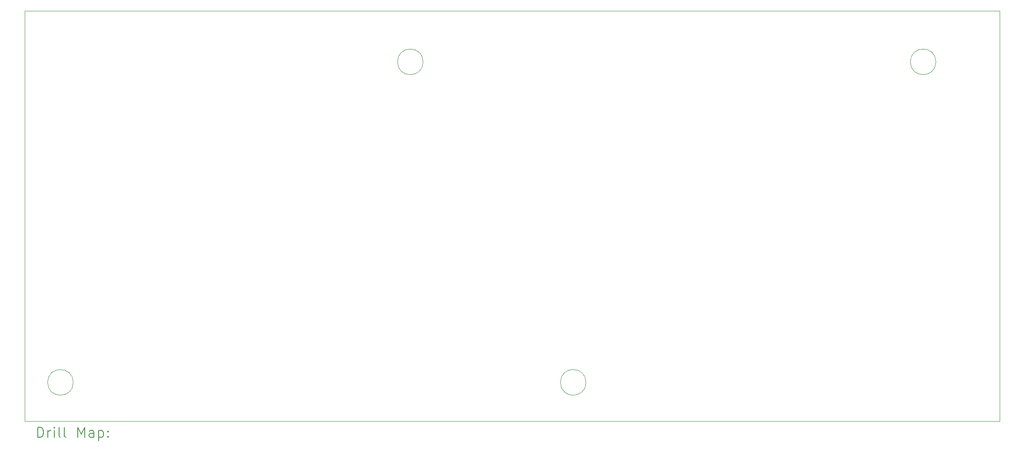
<source format=gbr>
%TF.GenerationSoftware,KiCad,Pcbnew,(6.0.10)*%
%TF.CreationDate,2025-04-13T20:47:12+02:00*%
%TF.ProjectId,pcb_shield,7063625f-7368-4696-956c-642e6b696361,1.0*%
%TF.SameCoordinates,Original*%
%TF.FileFunction,Drillmap*%
%TF.FilePolarity,Positive*%
%FSLAX45Y45*%
G04 Gerber Fmt 4.5, Leading zero omitted, Abs format (unit mm)*
G04 Created by KiCad (PCBNEW (6.0.10)) date 2025-04-13 20:47:12*
%MOMM*%
%LPD*%
G01*
G04 APERTURE LIST*
%ADD10C,0.100000*%
%ADD11C,0.200000*%
G04 APERTURE END LIST*
D10*
X13834500Y-5954900D02*
G75*
G03*
X13834500Y-5954900I-250000J0D01*
G01*
X7015600Y-12204900D02*
G75*
G03*
X7015600Y-12204900I-250000J0D01*
G01*
X17009300Y-12204900D02*
G75*
G03*
X17009300Y-12204900I-250000J0D01*
G01*
X23828200Y-5954900D02*
G75*
G03*
X23828200Y-5954900I-250000J0D01*
G01*
X6068800Y-4960300D02*
X25068800Y-4960300D01*
X25068800Y-4960300D02*
X25068800Y-12960300D01*
X25068800Y-12960300D02*
X6068800Y-12960300D01*
X6068800Y-12960300D02*
X6068800Y-4960300D01*
D11*
X6321419Y-13275776D02*
X6321419Y-13075776D01*
X6369038Y-13075776D01*
X6397609Y-13085300D01*
X6416657Y-13104348D01*
X6426181Y-13123395D01*
X6435705Y-13161490D01*
X6435705Y-13190062D01*
X6426181Y-13228157D01*
X6416657Y-13247205D01*
X6397609Y-13266252D01*
X6369038Y-13275776D01*
X6321419Y-13275776D01*
X6521419Y-13275776D02*
X6521419Y-13142443D01*
X6521419Y-13180538D02*
X6530943Y-13161490D01*
X6540467Y-13151967D01*
X6559514Y-13142443D01*
X6578562Y-13142443D01*
X6645228Y-13275776D02*
X6645228Y-13142443D01*
X6645228Y-13075776D02*
X6635705Y-13085300D01*
X6645228Y-13094824D01*
X6654752Y-13085300D01*
X6645228Y-13075776D01*
X6645228Y-13094824D01*
X6769038Y-13275776D02*
X6749990Y-13266252D01*
X6740467Y-13247205D01*
X6740467Y-13075776D01*
X6873800Y-13275776D02*
X6854752Y-13266252D01*
X6845228Y-13247205D01*
X6845228Y-13075776D01*
X7102371Y-13275776D02*
X7102371Y-13075776D01*
X7169038Y-13218633D01*
X7235705Y-13075776D01*
X7235705Y-13275776D01*
X7416657Y-13275776D02*
X7416657Y-13171014D01*
X7407133Y-13151967D01*
X7388086Y-13142443D01*
X7349990Y-13142443D01*
X7330943Y-13151967D01*
X7416657Y-13266252D02*
X7397609Y-13275776D01*
X7349990Y-13275776D01*
X7330943Y-13266252D01*
X7321419Y-13247205D01*
X7321419Y-13228157D01*
X7330943Y-13209109D01*
X7349990Y-13199586D01*
X7397609Y-13199586D01*
X7416657Y-13190062D01*
X7511895Y-13142443D02*
X7511895Y-13342443D01*
X7511895Y-13151967D02*
X7530943Y-13142443D01*
X7569038Y-13142443D01*
X7588086Y-13151967D01*
X7597609Y-13161490D01*
X7607133Y-13180538D01*
X7607133Y-13237681D01*
X7597609Y-13256728D01*
X7588086Y-13266252D01*
X7569038Y-13275776D01*
X7530943Y-13275776D01*
X7511895Y-13266252D01*
X7692848Y-13256728D02*
X7702371Y-13266252D01*
X7692848Y-13275776D01*
X7683324Y-13266252D01*
X7692848Y-13256728D01*
X7692848Y-13275776D01*
X7692848Y-13151967D02*
X7702371Y-13161490D01*
X7692848Y-13171014D01*
X7683324Y-13161490D01*
X7692848Y-13151967D01*
X7692848Y-13171014D01*
M02*

</source>
